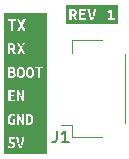
<source format=gbr>
%TF.GenerationSoftware,KiCad,Pcbnew,7.0.7*%
%TF.CreationDate,2023-10-18T21:09:21-04:00*%
%TF.ProjectId,JST-SR-HORIZONTAL-1.00mm-1x06,4a53542d-5352-42d4-984f-52495a4f4e54,rev?*%
%TF.SameCoordinates,Original*%
%TF.FileFunction,Legend,Top*%
%TF.FilePolarity,Positive*%
%FSLAX46Y46*%
G04 Gerber Fmt 4.6, Leading zero omitted, Abs format (unit mm)*
G04 Created by KiCad (PCBNEW 7.0.7) date 2023-10-18 21:09:21*
%MOMM*%
%LPD*%
G01*
G04 APERTURE LIST*
%ADD10C,0.150000*%
%ADD11C,0.120000*%
G04 APERTURE END LIST*
D10*
X-240208333Y-116004819D02*
X-240208333Y-116719104D01*
X-240208333Y-116719104D02*
X-240255952Y-116861961D01*
X-240255952Y-116861961D02*
X-240351190Y-116957200D01*
X-240351190Y-116957200D02*
X-240494047Y-117004819D01*
X-240494047Y-117004819D02*
X-240589285Y-117004819D01*
X-239208333Y-117004819D02*
X-239779761Y-117004819D01*
X-239494047Y-117004819D02*
X-239494047Y-116004819D01*
X-239494047Y-116004819D02*
X-239589285Y-116147676D01*
X-239589285Y-116147676D02*
X-239684523Y-116242914D01*
X-239684523Y-116242914D02*
X-239779761Y-116290533D01*
%TO.C,kibuzzard-65308191*%
G36*
X-234996302Y-106999617D02*
G01*
X-235327031Y-106999617D01*
X-237347919Y-106999617D01*
X-238336931Y-106999617D01*
X-238454406Y-106999617D01*
X-239144969Y-106999617D01*
X-239475698Y-106999617D01*
X-239475698Y-106668888D01*
X-239144969Y-106668888D01*
X-238949706Y-106668888D01*
X-238949706Y-106306937D01*
X-238848106Y-106306937D01*
X-238794330Y-106396830D01*
X-238744125Y-106485531D01*
X-238698683Y-106575423D01*
X-238659194Y-106668888D01*
X-238454406Y-106668888D01*
X-238499650Y-106564906D01*
X-238554419Y-106455369D01*
X-238613156Y-106350594D01*
X-238670306Y-106259313D01*
X-238600853Y-106214466D01*
X-238554419Y-106152950D01*
X-238528225Y-106079131D01*
X-238519494Y-105997375D01*
X-238526042Y-105920183D01*
X-238545687Y-105853706D01*
X-238621094Y-105752900D01*
X-238675069Y-105718372D01*
X-238738569Y-105694162D01*
X-238778696Y-105686225D01*
X-238336931Y-105686225D01*
X-238336931Y-106668888D01*
X-237706694Y-106668888D01*
X-237706694Y-106506963D01*
X-238141669Y-106506963D01*
X-238141669Y-106230737D01*
X-237794006Y-106230737D01*
X-237794006Y-106068812D01*
X-238141669Y-106068812D01*
X-238141669Y-105848150D01*
X-237741619Y-105848150D01*
X-237741619Y-105686225D01*
X-237622556Y-105686225D01*
X-237604300Y-105775125D01*
X-237578106Y-105886250D01*
X-237557116Y-105969417D01*
X-237534362Y-106055936D01*
X-237509844Y-106145806D01*
X-237483915Y-106237440D01*
X-237456927Y-106329251D01*
X-237428881Y-106421238D01*
X-237387209Y-106552206D01*
X-237347919Y-106668888D01*
X-237146306Y-106668888D01*
X-237115967Y-106584309D01*
X-237086334Y-106497790D01*
X-237057406Y-106409331D01*
X-237029625Y-106320431D01*
X-237003431Y-106232590D01*
X-236978825Y-106145806D01*
X-236945091Y-106019402D01*
X-236915325Y-105898950D01*
X-236913510Y-105891013D01*
X-235979494Y-105891013D01*
X-235915994Y-106052938D01*
X-235819156Y-106014044D01*
X-235717556Y-105957687D01*
X-235717556Y-106506963D01*
X-235923931Y-106506963D01*
X-235923931Y-106668888D01*
X-235327031Y-106668888D01*
X-235327031Y-106506963D01*
X-235522294Y-106506963D01*
X-235522294Y-105686225D01*
X-235655644Y-105686225D01*
X-235723906Y-105748137D01*
X-235808044Y-105805287D01*
X-235896944Y-105854500D01*
X-235979494Y-105891013D01*
X-236913510Y-105891013D01*
X-236889727Y-105787031D01*
X-236868494Y-105686225D01*
X-237073281Y-105686225D01*
X-237087569Y-105768775D01*
X-237105031Y-105864025D01*
X-237124875Y-105967014D01*
X-237146306Y-106072781D01*
X-237169325Y-106179144D01*
X-237193931Y-106283919D01*
X-237219331Y-106382145D01*
X-237244731Y-106468863D01*
X-237270330Y-106380955D01*
X-237296325Y-106282331D01*
X-237321725Y-106177556D01*
X-237345537Y-106071194D01*
X-237367564Y-105965625D01*
X-237387606Y-105863231D01*
X-237404275Y-105768577D01*
X-237416181Y-105686225D01*
X-237622556Y-105686225D01*
X-237741619Y-105686225D01*
X-238336931Y-105686225D01*
X-238778696Y-105686225D01*
X-238810800Y-105679875D01*
X-238890969Y-105675112D01*
X-238946531Y-105676700D01*
X-239013206Y-105680669D01*
X-239082262Y-105688606D01*
X-239144969Y-105700512D01*
X-239144969Y-106668888D01*
X-239475698Y-106668888D01*
X-239475698Y-105344383D01*
X-239144969Y-105344383D01*
X-235327031Y-105344383D01*
X-234996302Y-105344383D01*
X-234996302Y-106999617D01*
G37*
G36*
X-238820722Y-105854103D02*
G01*
X-238765556Y-105881488D01*
X-238729837Y-105928319D01*
X-238717931Y-105995787D01*
X-238762381Y-106106119D01*
X-238820722Y-106135289D01*
X-238906844Y-106145012D01*
X-238949706Y-106145012D01*
X-238949706Y-105849737D01*
X-238917956Y-105845769D01*
X-238890969Y-105844975D01*
X-238820722Y-105854103D01*
G37*
D11*
%TO.C,J1*%
X-238910000Y-116560000D02*
X-238910000Y-115510000D01*
X-236410000Y-116560000D02*
X-238910000Y-116560000D01*
X-238910000Y-115510000D02*
X-239900000Y-115510000D01*
X-234440000Y-115390000D02*
X-234440000Y-109510000D01*
X-238910000Y-108340000D02*
X-238910000Y-109390000D01*
X-236410000Y-108340000D02*
X-238910000Y-108340000D01*
%TO.C,kibuzzard-65307E68*%
G36*
X-243924407Y-111151917D02*
G01*
X-243880481Y-111251329D01*
X-243895894Y-111319915D01*
X-243935196Y-111361529D01*
X-243989910Y-111381566D01*
X-244053102Y-111386960D01*
X-244100111Y-111385419D01*
X-244144037Y-111380795D01*
X-244144037Y-111121863D01*
X-244042313Y-111121863D01*
X-243924407Y-111151917D01*
G37*
G36*
X-244006864Y-110743483D02*
G01*
X-243963709Y-110758896D01*
X-243934425Y-110791262D01*
X-243923636Y-110845977D01*
X-243960627Y-110933058D01*
X-244070056Y-110964654D01*
X-244144037Y-110964654D01*
X-244144037Y-110745795D01*
X-244102423Y-110741171D01*
X-244057726Y-110739630D01*
X-244006864Y-110743483D01*
G37*
G36*
X-244012927Y-108752427D02*
G01*
X-243958577Y-108779406D01*
X-243923386Y-108825546D01*
X-243911655Y-108892017D01*
X-243955448Y-109000718D01*
X-244012927Y-109029457D01*
X-244097776Y-109039037D01*
X-244140005Y-109039037D01*
X-244140005Y-108748126D01*
X-244108724Y-108744215D01*
X-244082136Y-108743433D01*
X-244012927Y-108752427D01*
G37*
G36*
X-242499859Y-114757228D02*
G01*
X-242438456Y-114826868D01*
X-242407005Y-114927210D01*
X-242398019Y-115044026D01*
X-242409252Y-115170577D01*
X-242446693Y-115270170D01*
X-242515584Y-115336066D01*
X-242621168Y-115360028D01*
X-242637642Y-115360028D01*
X-242654116Y-115358531D01*
X-242654116Y-114735512D01*
X-242627159Y-114731768D01*
X-242600201Y-114731019D01*
X-242499859Y-114757228D01*
G37*
G36*
X-243182289Y-110755042D02*
G01*
X-243136822Y-110825941D01*
X-243115244Y-110931517D01*
X-243109850Y-111061754D01*
X-243115244Y-111191220D01*
X-243136822Y-111296796D01*
X-243183060Y-111368465D01*
X-243260894Y-111394666D01*
X-243339498Y-111368465D01*
X-243384965Y-111297567D01*
X-243406543Y-111191990D01*
X-243411937Y-111061754D01*
X-243406543Y-110932288D01*
X-243384965Y-110826711D01*
X-243339498Y-110755042D01*
X-243260894Y-110728841D01*
X-243182289Y-110755042D01*
G37*
G36*
X-242411658Y-110755042D02*
G01*
X-242366191Y-110825941D01*
X-242344613Y-110931517D01*
X-242339219Y-111061754D01*
X-242344613Y-111191220D01*
X-242366191Y-111296796D01*
X-242412429Y-111368465D01*
X-242490262Y-111394666D01*
X-242568867Y-111368465D01*
X-242614334Y-111297567D01*
X-242635912Y-111191990D01*
X-242641306Y-111061754D01*
X-242635912Y-110932288D01*
X-242614334Y-110826711D01*
X-242568867Y-110755042D01*
X-242490262Y-110728841D01*
X-242411658Y-110755042D01*
G37*
G36*
X-241042118Y-118024498D02*
G01*
X-241372847Y-118024498D01*
X-241624073Y-118024498D01*
X-242640637Y-118024498D01*
X-243403794Y-118024498D01*
X-244118538Y-118024498D01*
X-244377153Y-118024498D01*
X-244707882Y-118024498D01*
X-244707882Y-117464612D01*
X-244365154Y-117464612D01*
X-244323067Y-117480856D01*
X-244261782Y-117496362D01*
X-244190898Y-117507437D01*
X-244118538Y-117511868D01*
X-244033994Y-117506330D01*
X-243960526Y-117489716D01*
X-243846817Y-117427693D01*
X-243778887Y-117333920D01*
X-243756735Y-117216519D01*
X-243779256Y-117093211D01*
X-243846817Y-117000914D01*
X-243917208Y-116956940D01*
X-244008274Y-116927405D01*
X-244120015Y-116912309D01*
X-244112631Y-116828135D01*
X-244105247Y-116729193D01*
X-243790701Y-116729193D01*
X-243790701Y-116578565D01*
X-243659270Y-116578565D01*
X-243642288Y-116661263D01*
X-243617922Y-116764635D01*
X-243588017Y-116881852D01*
X-243554422Y-117006083D01*
X-243530301Y-117091324D01*
X-243505197Y-117176729D01*
X-243479108Y-117262298D01*
X-243440343Y-117384129D01*
X-243403794Y-117492670D01*
X-243216247Y-117492670D01*
X-243174160Y-117373977D01*
X-243133549Y-117251222D01*
X-243095339Y-117127545D01*
X-243060451Y-117006083D01*
X-243029070Y-116888497D01*
X-243001381Y-116776449D01*
X-242977568Y-116672339D01*
X-242957817Y-116578565D01*
X-243136357Y-116578565D01*
X-243148317Y-116578565D01*
X-243161608Y-116655356D01*
X-243177852Y-116743961D01*
X-243196311Y-116839764D01*
X-243216247Y-116938152D01*
X-243237660Y-117037094D01*
X-243260549Y-117134559D01*
X-243284177Y-117225933D01*
X-243307805Y-117306600D01*
X-243331618Y-117224825D01*
X-243355799Y-117133083D01*
X-243379427Y-117035618D01*
X-243401578Y-116936676D01*
X-243422068Y-116838472D01*
X-243440712Y-116743222D01*
X-243456218Y-116655171D01*
X-243467294Y-116578565D01*
X-243652025Y-116578565D01*
X-243659270Y-116578565D01*
X-243790701Y-116578565D01*
X-243997500Y-116578565D01*
X-244257352Y-116578565D01*
X-244262890Y-116691352D01*
X-244270642Y-116808199D01*
X-244280980Y-116928369D01*
X-244294270Y-117051123D01*
X-244192744Y-117054261D01*
X-244112631Y-117063676D01*
X-244005567Y-117099118D01*
X-243955358Y-117153757D01*
X-243942805Y-117223902D01*
X-243950189Y-117272635D01*
X-243977509Y-117314722D01*
X-244032148Y-117344995D01*
X-244120015Y-117356809D01*
X-244245538Y-117343519D01*
X-244328235Y-117313984D01*
X-244365154Y-117464612D01*
X-244707882Y-117464612D01*
X-244707882Y-115044026D01*
X-244376404Y-115044026D01*
X-244369664Y-115156536D01*
X-244349446Y-115254445D01*
X-244316873Y-115337564D01*
X-244273067Y-115405706D01*
X-244218590Y-115458873D01*
X-244154004Y-115497063D01*
X-244080058Y-115520089D01*
X-243997500Y-115527764D01*
X-243905957Y-115524020D01*
X-243829016Y-115512788D01*
X-243726427Y-115485830D01*
X-243726427Y-115023059D01*
X-243910637Y-115023059D01*
X-243910637Y-115361526D01*
X-243946581Y-115366019D01*
X-243982524Y-115367517D01*
X-244072008Y-115347860D01*
X-244136781Y-115288890D01*
X-244176094Y-115188361D01*
X-244189199Y-115044026D01*
X-244186016Y-114975322D01*
X-244176469Y-114912982D01*
X-244134535Y-114811143D01*
X-244060401Y-114744498D01*
X-243949576Y-114720535D01*
X-243850732Y-114737010D01*
X-243769859Y-114774451D01*
X-243721934Y-114627682D01*
X-243752636Y-114609710D01*
X-243804305Y-114587245D01*
X-243828026Y-114581255D01*
X-243599128Y-114581255D01*
X-243599128Y-115508295D01*
X-243432890Y-115508295D01*
X-243432890Y-114892764D01*
X-243377227Y-114995519D01*
X-243324061Y-115098108D01*
X-243273391Y-115200530D01*
X-243225217Y-115302952D01*
X-243179539Y-115405540D01*
X-243136357Y-115508295D01*
X-242988090Y-115508295D01*
X-242988090Y-115497811D01*
X-242838326Y-115497811D01*
X-242737235Y-115515034D01*
X-242640637Y-115520276D01*
X-242550217Y-115513724D01*
X-242467660Y-115494067D01*
X-242394462Y-115460183D01*
X-242332123Y-115410948D01*
X-242281391Y-115345614D01*
X-242243013Y-115263431D01*
X-242218864Y-115163276D01*
X-242210814Y-115044026D01*
X-242218115Y-114927397D01*
X-242240018Y-114829114D01*
X-242275026Y-114747867D01*
X-242321640Y-114682346D01*
X-242379860Y-114632362D01*
X-242449688Y-114597729D01*
X-242488721Y-114587810D01*
X-242529250Y-114577511D01*
X-242616675Y-114570771D01*
X-242720012Y-114575264D01*
X-242838326Y-114593236D01*
X-242838326Y-115497811D01*
X-242988090Y-115497811D01*
X-242988090Y-114581255D01*
X-243117976Y-114581255D01*
X-243154328Y-114581255D01*
X-243154328Y-115151856D01*
X-243180724Y-115093448D01*
X-243211988Y-115026054D01*
X-243247182Y-114953044D01*
X-243285372Y-114877788D01*
X-243325621Y-114801221D01*
X-243366993Y-114724280D01*
X-243408927Y-114649959D01*
X-243450861Y-114581255D01*
X-243599128Y-114581255D01*
X-243828026Y-114581255D01*
X-243878438Y-114568525D01*
X-243975036Y-114560288D01*
X-244056283Y-114567963D01*
X-244132288Y-114590989D01*
X-244200805Y-114629367D01*
X-244259588Y-114683094D01*
X-244307887Y-114751799D01*
X-244321134Y-114781573D01*
X-244344953Y-114835105D01*
X-244368541Y-114932639D01*
X-244376404Y-115044026D01*
X-244707882Y-115044026D01*
X-244707882Y-113523920D01*
X-244321134Y-113523920D01*
X-243718036Y-113523920D01*
X-243718036Y-113368968D01*
X-244134280Y-113368968D01*
X-244134280Y-113104638D01*
X-243801589Y-113104638D01*
X-243801589Y-112949685D01*
X-244134280Y-112949685D01*
X-244134280Y-112738525D01*
X-243751457Y-112738525D01*
X-243751457Y-112583573D01*
X-243587390Y-112583573D01*
X-243587390Y-113523920D01*
X-243418766Y-113523920D01*
X-243418766Y-112899554D01*
X-243362305Y-113003784D01*
X-243308375Y-113107845D01*
X-243256978Y-113211737D01*
X-243208112Y-113315629D01*
X-243161778Y-113419690D01*
X-243117976Y-113523920D01*
X-242967582Y-113523920D01*
X-242967582Y-112583573D01*
X-243136206Y-112583573D01*
X-243136206Y-113162365D01*
X-243162981Y-113103118D01*
X-243194693Y-113034757D01*
X-243230393Y-112960699D01*
X-243259352Y-112903632D01*
X-243269131Y-112884362D01*
X-243309958Y-112806697D01*
X-243351924Y-112728651D01*
X-243394460Y-112653264D01*
X-243436996Y-112583573D01*
X-243587390Y-112583573D01*
X-243751457Y-112583573D01*
X-244068515Y-112583573D01*
X-244321134Y-112583573D01*
X-244321134Y-113523920D01*
X-244707882Y-113523920D01*
X-244707882Y-111524132D01*
X-244333612Y-111524132D01*
X-244266952Y-111536270D01*
X-244199522Y-111544939D01*
X-244068515Y-111551875D01*
X-243992415Y-111548215D01*
X-243921324Y-111537233D01*
X-243802647Y-111487913D01*
X-243723272Y-111395437D01*
X-243701309Y-111330511D01*
X-243693988Y-111251329D01*
X-243702658Y-111186596D01*
X-243728667Y-111124945D01*
X-243778950Y-111071001D01*
X-243797059Y-111061754D01*
X-243604595Y-111061754D01*
X-243599056Y-111177493D01*
X-243582439Y-111278108D01*
X-243554745Y-111363600D01*
X-243515972Y-111433968D01*
X-243448071Y-111503753D01*
X-243362531Y-111545624D01*
X-243259352Y-111559581D01*
X-243158656Y-111545624D01*
X-243074401Y-111503753D01*
X-243006585Y-111433968D01*
X-242967476Y-111363600D01*
X-242939540Y-111278108D01*
X-242922779Y-111177493D01*
X-242917192Y-111061754D01*
X-242833964Y-111061754D01*
X-242828425Y-111177493D01*
X-242811808Y-111278108D01*
X-242784114Y-111363600D01*
X-242745341Y-111433968D01*
X-242677440Y-111503753D01*
X-242591900Y-111545624D01*
X-242488721Y-111559581D01*
X-242388025Y-111545624D01*
X-242303770Y-111503753D01*
X-242235954Y-111433968D01*
X-242196845Y-111363600D01*
X-242168909Y-111278108D01*
X-242152148Y-111177493D01*
X-242146561Y-111061754D01*
X-242152052Y-110946014D01*
X-242168524Y-110845399D01*
X-242195978Y-110759907D01*
X-242234413Y-110689539D01*
X-242301886Y-110619754D01*
X-242371647Y-110585504D01*
X-242066415Y-110585504D01*
X-242066415Y-110742712D01*
X-241815190Y-110742712D01*
X-241815190Y-111539545D01*
X-241624073Y-111539545D01*
X-241624073Y-110742712D01*
X-241372847Y-110742712D01*
X-241372847Y-110585504D01*
X-242066415Y-110585504D01*
X-242371647Y-110585504D01*
X-242387169Y-110577883D01*
X-242490262Y-110563926D01*
X-242590273Y-110577883D01*
X-242674529Y-110619754D01*
X-242743029Y-110689539D01*
X-242782813Y-110759907D01*
X-242811230Y-110845399D01*
X-242828280Y-110946014D01*
X-242833964Y-111061754D01*
X-242917192Y-111061754D01*
X-242922683Y-110946014D01*
X-242939155Y-110845399D01*
X-242966609Y-110759907D01*
X-243005044Y-110689539D01*
X-243072517Y-110619754D01*
X-243078022Y-110617051D01*
X-243157800Y-110577883D01*
X-243260894Y-110563926D01*
X-243360904Y-110577883D01*
X-243445160Y-110619754D01*
X-243513660Y-110689539D01*
X-243553444Y-110759907D01*
X-243581861Y-110845399D01*
X-243598912Y-110946014D01*
X-243604595Y-111061754D01*
X-243797059Y-111061754D01*
X-243860444Y-111029387D01*
X-243771822Y-110946159D01*
X-243738685Y-110825941D01*
X-243752556Y-110736547D01*
X-243804959Y-110655631D01*
X-243911306Y-110597063D01*
X-243989140Y-110580302D01*
X-244087010Y-110574715D01*
X-244214935Y-110581650D01*
X-244333612Y-110597834D01*
X-244333612Y-111524132D01*
X-244707882Y-111524132D01*
X-244707882Y-109555170D01*
X-244332382Y-109555170D01*
X-244140005Y-109555170D01*
X-244140005Y-109198569D01*
X-244039907Y-109198569D01*
X-243986925Y-109287133D01*
X-243937462Y-109374523D01*
X-243892691Y-109463087D01*
X-243853786Y-109555170D01*
X-243652025Y-109555170D01*
X-243617616Y-109555170D01*
X-243409599Y-109555170D01*
X-243373626Y-109470516D01*
X-243331397Y-109376087D01*
X-243286040Y-109278530D01*
X-243240682Y-109184493D01*
X-243194739Y-109281463D01*
X-243150750Y-109378433D01*
X-243111063Y-109471103D01*
X-243078022Y-109555170D01*
X-242870005Y-109555170D01*
X-242912234Y-109452725D01*
X-242940973Y-109390164D01*
X-242974014Y-109322910D01*
X-243010573Y-109252333D01*
X-243049870Y-109179800D01*
X-243090926Y-109107855D01*
X-243132764Y-109039037D01*
X-242885646Y-108587030D01*
X-243057940Y-108587030D01*
X-243079586Y-108587030D01*
X-243240682Y-108896709D01*
X-243393958Y-108587030D01*
X-243601976Y-108587030D01*
X-243348601Y-109043729D01*
X-243386920Y-109112351D01*
X-243426803Y-109183711D01*
X-243466491Y-109255461D01*
X-243504223Y-109325256D01*
X-243539414Y-109391728D01*
X-243571477Y-109453507D01*
X-243617616Y-109555170D01*
X-243652025Y-109555170D01*
X-243696600Y-109452725D01*
X-243750559Y-109344807D01*
X-243808429Y-109241580D01*
X-243864734Y-109151648D01*
X-243796307Y-109107464D01*
X-243750559Y-109046857D01*
X-243724753Y-108974129D01*
X-243716150Y-108893581D01*
X-243722602Y-108817530D01*
X-243741957Y-108752036D01*
X-243816249Y-108652719D01*
X-243921540Y-108600074D01*
X-243931988Y-108594850D01*
X-244003152Y-108580773D01*
X-244082136Y-108576081D01*
X-244136877Y-108577645D01*
X-244202567Y-108581555D01*
X-244270602Y-108589376D01*
X-244332382Y-108601106D01*
X-244332382Y-109555170D01*
X-244707882Y-109555170D01*
X-244707882Y-106588132D01*
X-244377153Y-106588132D01*
X-244377153Y-106750057D01*
X-244118390Y-106750057D01*
X-244118390Y-107570795D01*
X-243921540Y-107570795D01*
X-243605628Y-107570795D01*
X-243394490Y-107570795D01*
X-243357978Y-107484871D01*
X-243315115Y-107389026D01*
X-243269078Y-107290006D01*
X-243223040Y-107194557D01*
X-243176407Y-107292982D01*
X-243131759Y-107391407D01*
X-243091476Y-107485467D01*
X-243057940Y-107570795D01*
X-242846803Y-107570795D01*
X-242889665Y-107466814D01*
X-242918835Y-107403314D01*
X-242952371Y-107335051D01*
X-242989479Y-107263415D01*
X-243029365Y-107189795D01*
X-243071037Y-107116770D01*
X-243113503Y-107046920D01*
X-242862678Y-106588132D01*
X-243059528Y-106588132D01*
X-243223040Y-106902457D01*
X-243378615Y-106588132D01*
X-243589753Y-106588132D01*
X-243332578Y-107051682D01*
X-243371471Y-107121334D01*
X-243411953Y-107193764D01*
X-243452235Y-107266590D01*
X-243490534Y-107337432D01*
X-243526253Y-107404901D01*
X-243558796Y-107467607D01*
X-243605628Y-107570795D01*
X-243921540Y-107570795D01*
X-243921540Y-106750057D01*
X-243662778Y-106750057D01*
X-243662778Y-106588132D01*
X-244377153Y-106588132D01*
X-244707882Y-106588132D01*
X-244707882Y-106075502D01*
X-244377153Y-106075502D01*
X-241372847Y-106075502D01*
X-241042118Y-106075502D01*
X-241042118Y-118024498D01*
G37*
%TD*%
M02*

</source>
